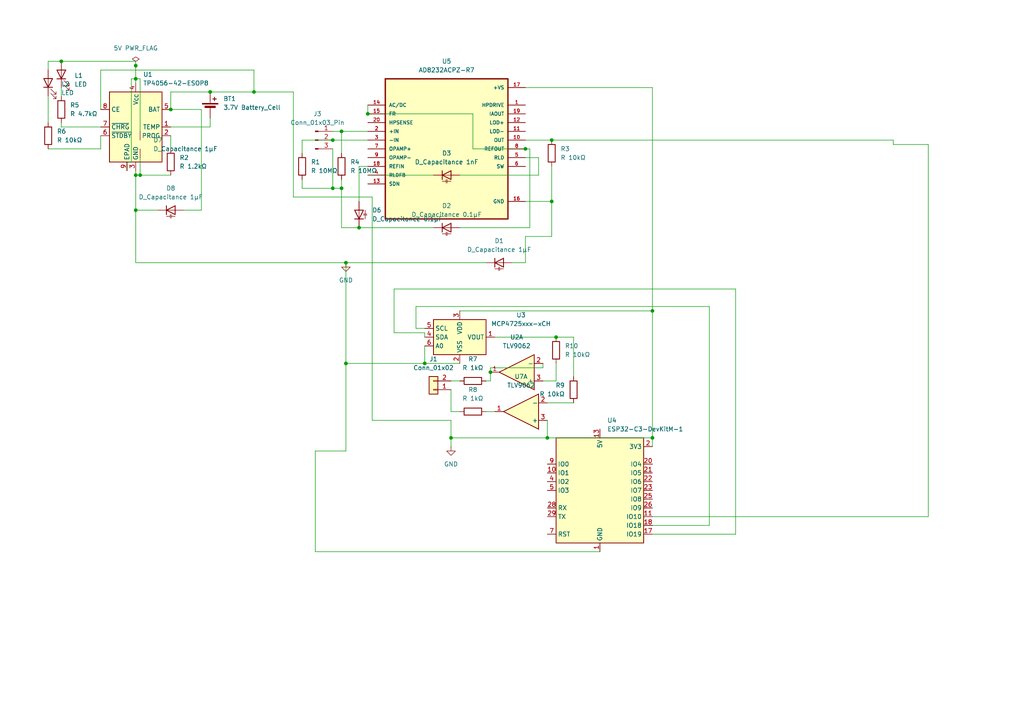
<source format=kicad_sch>
(kicad_sch (version 20250114) (generator "eeschema") (generator_version "9.0")
  (paper "A4")
  (lib_symbols
    (symbol "AD8232ACPZ-R7:AD8232ACPZ-R7" (pin_names (offset 1.016))
      (property "Reference" "U" (at -17.78 21.32 0))
      (property "Value" "AD8232ACPZ-R7" (at -17.78 -24.32 0))
      (symbol "AD8232ACPZ-R7_0_0"
        (rectangle (start -17.78 -20.32) (end 17.78 20.32) (stroke (width 0.41)) (fill (type background)))
        (pin input line (at -22.86 12.7 0) (length 5.08) (name "AC/DC") (number "14"))
        (pin input line (at -22.86 10.16 0) (length 5.08) (name "FR") (number "15"))
        (pin input line (at -22.86 7.62 0) (length 5.08) (name "HPSENSE") (number "20"))
        (pin input line (at -22.86 5.08 0) (length 5.08) (name "+IN") (number "2"))
        (pin input line (at -22.86 2.54 0) (length 5.08) (name "-IN") (number "3"))
        (pin input line (at -22.86 0 0) (length 5.08) (name "OPAMP+") (number "7"))
        (pin input line (at -22.86 -2.54 0) (length 5.08) (name "OPAMP-") (number "9"))
        (pin input line (at -22.86 -5.08 0) (length 5.08) (name "REFIN") (number "18"))
        (pin input line (at -22.86 -7.62 0) (length 5.08) (name "RLDFB") (number "4"))
        (pin input line (at -22.86 -10.16 0) (length 5.08) (name "SDN") (number "13"))
        (pin power_in line (at 22.86 17.78 180) (length 5.08) (name "+VS") (number "17"))
        (pin output line (at 22.86 12.7 180) (length 5.08) (name "HPDRIVE") (number "1"))
        (pin output line (at 22.86 10.16 180) (length 5.08) (name "IAOUT") (number "19"))
        (pin output line (at 22.86 7.62 180) (length 5.08) (name "LOD+") (number "12"))
        (pin output line (at 22.86 5.08 180) (length 5.08) (name "LOD-") (number "11"))
        (pin output line (at 22.86 2.54 180) (length 5.08) (name "OUT") (number "10"))
        (pin output line (at 22.86 0 180) (length 5.08) (name "REFOUT") (number "8"))
        (pin output line (at 22.86 -2.54 180) (length 5.08) (name "RLD") (number "5"))
        (pin output line (at 22.86 -5.08 180) (length 5.08) (name "SW") (number "6"))
        (pin power_in line (at 22.86 -15.24 180) (length 5.08) (name "GND") (number "16"))
      )
    )
    (symbol "Amplifier_Operational:TLV9062" (pin_names (offset 0.127))
      (property "Reference" "U" (at 0 5.08 0))
      (property "Value" "TLV9062" (at 0 -5.08 0))
      (symbol "TLV9062_1_1"
        (polyline (pts (xy -5.08 5.08) (xy 5.08 0) (xy -5.08 -5.08) (xy -5.08 5.08)) (stroke (width 0.254)) (fill (type background)))
        (pin input line (at -7.62 2.54 0) (length 2.54) (name "+") (number "3"))
        (pin input line (at -7.62 -2.54 0) (length 2.54) (name "-") (number "2"))
        (pin output line (at 7.62 0 180) (length 2.54) (name "~") (number "1"))
      )
      (symbol "TLV9062_2_1"
        (polyline (pts (xy -5.08 5.08) (xy 5.08 0) (xy -5.08 -5.08) (xy -5.08 5.08)) (stroke (width 0.254)) (fill (type background)))
        (pin input line (at -7.62 2.54 0) (length 2.54) (name "+") (number "5"))
        (pin input line (at -7.62 -2.54 0) (length 2.54) (name "-") (number "6"))
        (pin output line (at 7.62 0 180) (length 2.54) (name "~") (number "7"))
      )
      (symbol "TLV9062_3_1"
        (pin power_in line (at -2.54 7.62 270) (length 3.81) (name "V+") (number "8"))
        (pin power_in line (at -2.54 -7.62 90) (length 3.81) (name "V-") (number "4"))
      )
    )
    (symbol "Analog_DAC:MCP4725xxx-xCH"
      (property "Reference" "U" (at -6.35 6.35 0))
      (property "Value" "MCP4725xxx-xCH" (at 8.89 6.35 0))
      (symbol "MCP4725xxx-xCH_0_1"
        (rectangle (start -7.62 5.08) (end 7.62 -5.08) (stroke (width 0.254)) (fill (type background)))
      )
      (symbol "MCP4725xxx-xCH_1_1"
        (pin input line (at -10.16 2.54 0) (length 2.54) (name "SCL") (number "5"))
        (pin bidirectional line (at -10.16 0 0) (length 2.54) (name "SDA") (number "4"))
        (pin input line (at -10.16 -2.54 0) (length 2.54) (name "A0") (number "6"))
        (pin power_in line (at 0 7.62 270) (length 2.54) (name "VDD") (number "3"))
        (pin power_in line (at 0 -7.62 90) (length 2.54) (name "VSS") (number "2"))
        (pin output line (at 10.16 0 180) (length 2.54) (name "VOUT") (number "1"))
      )
    )
    (symbol "Battery_Management:TP4056-42-ESOP8"
      (property "Reference" "U" (at -6.604 11.684 0))
      (property "Value" "TP4056-42-ESOP8" (at 10.16 11.684 0))
      (symbol "TP4056-42-ESOP8_1_0"
        (pin input line (at -10.16 5.08 0) (length 2.54) (name "CE") (number "8"))
        (pin open_collector line (at -10.16 0 0) (length 2.54) (name "~{CHRG}") (number "7"))
        (pin open_collector line (at -10.16 -2.54 0) (length 2.54) (name "~{STDBY}") (number "6"))
        (pin passive line (at -2.54 -12.7 90) (length 2.54) (name "EPAD") (number "9"))
        (pin power_in line (at 0 12.7 270) (length 2.54) (name "V_{CC}") (number "4"))
        (pin power_in line (at 0 -12.7 90) (length 2.54) (name "GND") (number "3"))
        (pin power_out line (at 10.16 5.08 180) (length 2.54) (name "BAT") (number "5"))
        (pin input line (at 10.16 0 180) (length 2.54) (name "TEMP") (number "1"))
        (pin passive line (at 10.16 -2.54 180) (length 2.54) (name "PROG") (number "2"))
      )
      (symbol "TP4056-42-ESOP8_1_1"
        (rectangle (start -7.62 10.16) (end 7.62 -10.16) (stroke (width 0.254)) (fill (type background)))
      )
    )
    (symbol "Connector:Conn_01x03_Pin" (pin_names (offset 1.016) (hide yes))
      (property "Reference" "J" (at 0 5.08 0))
      (property "Value" "Conn_01x03_Pin" (at 0 -5.08 0))
      (symbol "Conn_01x03_Pin_1_1"
        (rectangle (start 0.8636 2.667) (end 0 2.413) (stroke (width 0.1524)) (fill (type outline)))
        (rectangle (start 0.8636 0.127) (end 0 -0.127) (stroke (width 0.1524)) (fill (type outline)))
        (rectangle (start 0.8636 -2.413) (end 0 -2.667) (stroke (width 0.1524)) (fill (type outline)))
        (polyline (pts (xy 1.27 2.54) (xy 0.8636 2.54)) (stroke (width 0.1524)))
        (polyline (pts (xy 1.27 0) (xy 0.8636 0)) (stroke (width 0.1524)))
        (polyline (pts (xy 1.27 -2.54) (xy 0.8636 -2.54)) (stroke (width 0.1524)))
        (pin passive line (at 5.08 2.54 180) (length 3.81) (name "Pin_1") (number "1"))
        (pin passive line (at 5.08 0 180) (length 3.81) (name "Pin_2") (number "2"))
        (pin passive line (at 5.08 -2.54 180) (length 3.81) (name "Pin_3") (number "3"))
      )
    )
    (symbol "Connector_Generic:Conn_01x02" (pin_names (offset 1.016) (hide yes))
      (property "Reference" "J" (at 0 2.54 0))
      (property "Value" "Conn_01x02" (at 0 -5.08 0))
      (symbol "Conn_01x02_1_1"
        (rectangle (start -1.27 1.27) (end 1.27 -3.81) (stroke (width 0.254)) (fill (type background)))
        (rectangle (start -1.27 0.127) (end 0 -0.127) (stroke (width 0.1524)))
        (rectangle (start -1.27 -2.413) (end 0 -2.667) (stroke (width 0.1524)))
        (pin passive line (at -5.08 0 0) (length 3.81) (name "Pin_1") (number "1"))
        (pin passive line (at -5.08 -2.54 0) (length 3.81) (name "Pin_2") (number "2"))
      )
    )
    (symbol "Device:Battery_Cell" (pin_numbers (hide yes)) (pin_names (offset 0) (hide yes))
      (property "Reference" "BT" (at 2.54 2.54 0))
      (property "Value" "Battery_Cell" (at 2.54 0 0))
      (symbol "Battery_Cell_0_1"
        (rectangle (start -2.286 1.778) (end 2.286 1.524) (fill (type outline)))
        (rectangle (start -1.524 1.016) (end 1.524 0.508) (fill (type outline)))
        (polyline (pts (xy 0 1.778) (xy 0 2.54)))
        (polyline (pts (xy 0 0.762) (xy 0 0)))
        (polyline (pts (xy 0.762 3.048) (xy 1.778 3.048)) (stroke (width 0.254)))
        (polyline (pts (xy 1.27 3.556) (xy 1.27 2.54)) (stroke (width 0.254)))
      )
      (symbol "Battery_Cell_1_1"
        (pin passive line (at 0 5.08 270) (length 2.54) (name "+") (number "1"))
        (pin passive line (at 0 -2.54 90) (length 2.54) (name "-") (number "2"))
      )
    )
    (symbol "Device:D_Capacitance" (pin_numbers (hide yes)) (pin_names (offset 1.016) (hide yes))
      (property "Reference" "D" (at 0 2.54 0))
      (property "Value" "D_Capacitance" (at 0 -3.302 0))
      (symbol "D_Capacitance_0_1"
        (polyline (pts (xy -1.27 1.27) (xy -1.27 -1.27)) (stroke (width 0.254)))
        (polyline (pts (xy -1.27 0) (xy 1.27 0)))
        (polyline (pts (xy -1.27 -1.778) (xy -0.1524 -1.778)))
        (polyline (pts (xy -0.1524 -1.27) (xy -0.1524 -2.286)))
        (polyline (pts (xy 0.1524 -1.27) (xy 0.1524 -2.286)))
        (polyline (pts (xy 0.1524 -1.778) (xy 1.27 -1.778)))
        (polyline (pts (xy 1.27 1.27) (xy 1.27 -1.27) (xy -1.27 0) (xy 1.27 1.27)) (stroke (width 0.254)))
      )
      (symbol "D_Capacitance_1_1"
        (pin passive line (at -3.81 0 0) (length 2.54) (name "K") (number "1"))
        (pin passive line (at 3.81 0 180) (length 2.54) (name "A") (number "2"))
      )
    )
    (symbol "Device:LED" (pin_numbers (hide yes)) (pin_names (offset 1.016) (hide yes))
      (property "Reference" "D" (at 0 2.54 0))
      (property "Value" "LED" (at 0 -2.54 0))
      (symbol "LED_0_1"
        (polyline (pts (xy -3.048 -0.762) (xy -4.572 -2.286) (xy -3.81 -2.286) (xy -4.572 -2.286) (xy -4.572 -1.524)))
        (polyline (pts (xy -1.778 -0.762) (xy -3.302 -2.286) (xy -2.54 -2.286) (xy -3.302 -2.286) (xy -3.302 -1.524)))
        (polyline (pts (xy -1.27 0) (xy 1.27 0)))
        (polyline (pts (xy -1.27 -1.27) (xy -1.27 1.27)) (stroke (width 0.254)))
        (polyline (pts (xy 1.27 -1.27) (xy 1.27 1.27) (xy -1.27 0) (xy 1.27 -1.27)) (stroke (width 0.254)))
      )
      (symbol "LED_1_1"
        (pin passive line (at -3.81 0 0) (length 2.54) (name "K") (number "1"))
        (pin passive line (at 3.81 0 180) (length 2.54) (name "A") (number "2"))
      )
    )
    (symbol "Device:R" (pin_numbers (hide yes)) (pin_names (offset 0))
      (property "Reference" "R" (at 2.032 0 90))
      (property "Value" "R" (at 0 0 90))
      (symbol "R_0_1"
        (rectangle (start -1.016 -2.54) (end 1.016 2.54) (stroke (width 0.254)))
      )
      (symbol "R_1_1"
        (pin passive line (at 0 3.81 270) (length 1.27) (name "~") (number "1"))
        (pin passive line (at 0 -3.81 90) (length 1.27) (name "~") (number "2"))
      )
    )
    (symbol "RF_Module:ESP32-C3-DevKitM-1"
      (property "Reference" "U" (at 7.62 16.51 0))
      (property "Value" "ESP32-C3-DevKitM-1" (at 11.684 -16.764 0))
      (symbol "ESP32-C3-DevKitM-1_1_1"
        (rectangle (start -12.7 15.24) (end 12.7 -15.24) (stroke (width 0.254)) (fill (type background)))
        (pin bidirectional line (at -15.24 7.62 0) (length 2.54) (name "IO0") (number "9"))
        (pin bidirectional line (at -15.24 5.08 0) (length 2.54) (name "IO1") (number "10"))
        (pin bidirectional line (at -15.24 2.54 0) (length 2.54) (name "IO2") (number "4"))
        (pin bidirectional line (at -15.24 0 0) (length 2.54) (name "IO3") (number "5"))
        (pin input line (at -15.24 -5.08 0) (length 2.54) (name "RX") (number "28"))
        (pin output line (at -15.24 -7.62 0) (length 2.54) (name "TX") (number "29"))
        (pin input line (at -15.24 -12.7 0) (length 2.54) (name "RST") (number "7"))
        (pin passive line (at 0 17.78 270) (length 2.54) (name "5V") (number "13"))
        (pin passive line (at 0 17.78 270) (length 2.54) (hide yes) (name "5V") (number "14"))
        (pin power_in line (at 0 -17.78 90) (length 2.54) (name "GND") (number "1"))
        (pin passive line (at 0 -17.78 90) (length 2.54) (hide yes) (name "GND") (number "12"))
        (pin passive line (at 0 -17.78 90) (length 2.54) (hide yes) (name "GND") (number "15"))
        (pin passive line (at 0 -17.78 90) (length 2.54) (hide yes) (name "GND") (number "16"))
        (pin passive line (at 0 -17.78 90) (length 2.54) (hide yes) (name "GND") (number "19"))
        (pin passive line (at 0 -17.78 90) (length 2.54) (hide yes) (name "GND") (number "24"))
        (pin passive line (at 0 -17.78 90) (length 2.54) (hide yes) (name "GND") (number "27"))
        (pin passive line (at 0 -17.78 90) (length 2.54) (hide yes) (name "GND") (number "30"))
        (pin passive line (at 0 -17.78 90) (length 2.54) (hide yes) (name "GND") (number "6"))
        (pin passive line (at 0 -17.78 90) (length 2.54) (hide yes) (name "GND") (number "8"))
        (pin power_out line (at 15.24 12.7 180) (length 2.54) (name "3V3") (number "2"))
        (pin passive line (at 15.24 12.7 180) (length 2.54) (hide yes) (name "3V3") (number "3"))
        (pin bidirectional line (at 15.24 7.62 180) (length 2.54) (name "IO4") (number "20"))
        (pin bidirectional line (at 15.24 5.08 180) (length 2.54) (name "IO5") (number "21"))
        (pin bidirectional line (at 15.24 2.54 180) (length 2.54) (name "IO6") (number "22"))
        (pin bidirectional line (at 15.24 0 180) (length 2.54) (name "IO7") (number "23"))
        (pin bidirectional line (at 15.24 -2.54 180) (length 2.54) (name "IO8") (number "25"))
        (pin bidirectional line (at 15.24 -5.08 180) (length 2.54) (name "IO9") (number "26"))
        (pin bidirectional line (at 15.24 -7.62 180) (length 2.54) (name "IO10") (number "11"))
        (pin bidirectional line (at 15.24 -10.16 180) (length 2.54) (name "IO18") (number "18"))
        (pin bidirectional line (at 15.24 -12.7 180) (length 2.54) (name "IO19") (number "17"))
      )
    )
    (symbol "power:GND" (power) (pin_numbers (hide yes)) (pin_names (offset 0) (hide yes))
      (property "Value" "GND" (at 0 -3.81 0))
      (symbol "GND_0_1"
        (polyline (pts (xy 0 0) (xy 0 -1.27) (xy 1.27 -1.27) (xy 0 -2.54) (xy -1.27 -1.27) (xy 0 -1.27)))
      )
      (symbol "GND_1_1"
        (pin power_in line (at 0 0 270) (length 0) (name "~") (number "1"))
      )
    )
    (symbol "power:PWR_FLAG" (power) (pin_numbers (hide yes)) (pin_names (offset 0) (hide yes))
      (property "Value" "PWR_FLAG" (at 0 3.81 0))
      (symbol "PWR_FLAG_0_0"
        (pin power_out line (at 0 0 90) (length 0) (name "~") (number "1"))
      )
      (symbol "PWR_FLAG_0_1"
        (polyline (pts (xy 0 0) (xy 0 1.27) (xy -1.016 1.905) (xy 0 2.54) (xy 1.016 1.905) (xy 0 1.27)))
      )
    )
  )
  (junction (at 49.53 31.75))
  (junction (at 17.78 17.78))
  (junction (at 96.52 54.61))
  (junction (at 39.37 60.96))
  (junction (at 73.66 26.67))
  (junction (at 104.14 66.04))
  (junction (at 96.52 40.64))
  (junction (at 99.06 54.61))
  (junction (at 161.29 97.79))
  (junction (at 142.24 107.95))
  (junction (at 60.96 26.67))
  (junction (at 39.37 50.8))
  (junction (at 39.37 19.05))
  (junction (at 189.23 90.17))
  (junction (at 189.23 127))
  (junction (at 99.06 38.1))
  (junction (at 158.75 127))
  (junction (at 39.37 22.86))
  (junction (at 160.02 40.64))
  (junction (at 160.02 58.42))
  (junction (at 40.64 50.8))
  (junction (at 152.4 43.18))
  (junction (at 106.68 33.02))
  (junction (at 130.81 127))
  (junction (at 100.33 105.41))
  (junction (at 100.33 76.2))
  (junction (at 123.19 105.41))
  (wire (pts (xy 137.16 43.18) (xy 152.4 43.18)))
  (wire (pts (xy 17.78 25.4) (xy 17.78 27.94)))
  (wire (pts (xy 87.63 40.64) (xy 87.63 44.45)))
  (wire (pts (xy 133.35 50.8) (xy 156.21 50.8)))
  (wire (pts (xy 133.35 119.38) (xy 130.81 119.38)))
  (wire (pts (xy 106.68 48.26) (xy 104.14 48.26)))
  (wire (pts (xy 13.97 17.78) (xy 17.78 17.78)))
  (wire (pts (xy 39.37 76.2) (xy 39.37 60.96)))
  (wire (pts (xy 87.63 52.07) (xy 87.63 54.61)))
  (wire (pts (xy 160.02 40.64) (xy 152.4 40.64)))
  (wire (pts (xy 152.4 76.2) (xy 148.59 76.2)))
  (wire (pts (xy 133.35 90.17) (xy 189.23 90.17)))
  (wire (pts (xy 152.4 68.58) (xy 152.4 76.2)))
  (wire (pts (xy 120.65 88.9) (xy 120.65 95.25)))
  (wire (pts (xy 29.21 39.37) (xy 29.21 43.18)))
  (wire (pts (xy 130.81 127) (xy 158.75 127)))
  (wire (pts (xy 96.52 40.64) (xy 87.63 40.64)))
  (wire (pts (xy 60.96 34.29) (xy 60.96 36.83)))
  (wire (pts (xy 38.1 22.86) (xy 39.37 22.86)))
  (wire (pts (xy 213.36 83.82) (xy 114.3 83.82)))
  (wire (pts (xy 60.96 36.83) (xy 49.53 36.83)))
  (wire (pts (xy 39.37 17.78) (xy 39.37 19.05)))
  (wire (pts (xy 161.29 105.41) (xy 161.29 110.49)))
  (wire (pts (xy 49.53 31.75) (xy 58.42 31.75)))
  (wire (pts (xy 123.19 105.41) (xy 133.35 105.41)))
  (wire (pts (xy 160.02 58.42) (xy 160.02 48.26)))
  (wire (pts (xy 130.81 113.03) (xy 130.81 119.38)))
  (wire (pts (xy 13.97 20.2429) (xy 13.97 17.78)))
  (wire (pts (xy 39.37 19.05) (xy 39.37 22.86)))
  (wire (pts (xy 96.52 54.61) (xy 99.06 54.61)))
  (wire (pts (xy 85.09 26.67) (xy 73.66 26.67)))
  (wire (pts (xy 100.33 76.2) (xy 140.97 76.2)))
  (wire (pts (xy 213.36 83.82) (xy 213.36 154.94)))
  (wire (pts (xy 173.99 160.02) (xy 91.44 160.02)))
  (wire (pts (xy 189.23 129.54) (xy 189.23 127)))
  (wire (pts (xy 17.78 36.83) (xy 17.78 35.56)))
  (wire (pts (xy 156.21 50.8) (xy 156.21 45.72)))
  (wire (pts (xy 152.4 68.58) (xy 160.02 68.58)))
  (wire (pts (xy 100.33 130.81) (xy 100.33 105.41)))
  (wire (pts (xy 130.81 110.49) (xy 133.35 110.49)))
  (wire (pts (xy 142.24 107.95) (xy 142.24 106.68)))
  (wire (pts (xy 99.06 38.1) (xy 106.68 38.1)))
  (wire (pts (xy 123.19 100.33) (xy 123.19 105.41)))
  (wire (pts (xy 142.24 106.68) (xy 157.48 106.68)))
  (wire (pts (xy 29.21 20.32) (xy 73.66 20.32)))
  (wire (pts (xy 153.67 66.04) (xy 153.67 43.18)))
  (wire (pts (xy 166.37 97.79) (xy 166.37 109.22)))
  (wire (pts (xy 40.64 22.86) (xy 40.64 38.1)))
  (wire (pts (xy 160.02 68.58) (xy 160.02 58.42)))
  (wire (pts (xy 40.64 50.8) (xy 49.53 50.8)))
  (wire (pts (xy 205.74 152.4) (xy 189.23 152.4)))
  (wire (pts (xy 96.52 40.64) (xy 106.68 40.64)))
  (wire (pts (xy 29.21 20.32) (xy 29.21 31.75)))
  (wire (pts (xy 99.06 52.07) (xy 99.06 54.61)))
  (wire (pts (xy 152.4 43.18) (xy 153.67 43.18)))
  (wire (pts (xy 269.24 41.91) (xy 269.24 149.86)))
  (wire (pts (xy 189.23 25.4) (xy 189.23 90.17)))
  (wire (pts (xy 96.52 38.1) (xy 99.06 38.1)))
  (wire (pts (xy 130.81 121.92) (xy 107.95 121.92)))
  (wire (pts (xy 99.06 66.04) (xy 104.14 66.04)))
  (wire (pts (xy 114.3 83.82) (xy 114.3 96.52)))
  (wire (pts (xy 91.44 130.81) (xy 91.44 160.02)))
  (wire (pts (xy 73.66 20.32) (xy 73.66 26.67)))
  (wire (pts (xy 152.4 25.4) (xy 189.23 25.4)))
  (wire (pts (xy 49.53 26.67) (xy 49.53 31.75)))
  (wire (pts (xy 106.68 33.02) (xy 137.16 33.02)))
  (wire (pts (xy 158.75 121.92) (xy 158.75 127)))
  (wire (pts (xy 123.19 96.52) (xy 123.19 97.79)))
  (wire (pts (xy 39.37 50.8) (xy 40.64 50.8)))
  (wire (pts (xy 259.08 41.91) (xy 259.08 40.64)))
  (wire (pts (xy 36.83 49.53) (xy 36.83 46.99)))
  (wire (pts (xy 189.23 90.17) (xy 189.23 127)))
  (wire (pts (xy 99.06 54.61) (xy 99.06 66.04)))
  (wire (pts (xy 137.16 33.02) (xy 137.16 43.18)))
  (wire (pts (xy 104.14 66.04) (xy 125.73 66.04)))
  (wire (pts (xy 39.37 50.8) (xy 39.37 60.96)))
  (wire (pts (xy 205.74 88.9) (xy 205.74 152.4)))
  (wire (pts (xy 161.29 97.79) (xy 166.37 97.79)))
  (wire (pts (xy 156.21 45.72) (xy 152.4 45.72)))
  (wire (pts (xy 91.44 130.81) (xy 100.33 130.81)))
  (wire (pts (xy 107.95 57.15) (xy 85.09 57.15)))
  (wire (pts (xy 130.81 121.92) (xy 130.81 127)))
  (wire (pts (xy 39.37 22.86) (xy 39.37 24.13)))
  (wire (pts (xy 58.42 60.96) (xy 53.34 60.96)))
  (wire (pts (xy 106.68 50.8) (xy 125.73 50.8)))
  (wire (pts (xy 142.24 107.95) (xy 142.24 110.49)))
  (wire (pts (xy 158.75 127) (xy 189.23 127)))
  (wire (pts (xy 140.97 110.49) (xy 142.24 110.49)))
  (wire (pts (xy 60.96 26.67) (xy 49.53 26.67)))
  (wire (pts (xy 143.51 119.38) (xy 140.97 119.38)))
  (wire (pts (xy 189.23 149.86) (xy 269.24 149.86)))
  (wire (pts (xy 106.68 30.48) (xy 106.68 33.02)))
  (wire (pts (xy 38.1 46.99) (xy 38.1 22.86)))
  (wire (pts (xy 120.65 88.9) (xy 205.74 88.9)))
  (wire (pts (xy 13.97 35.56) (xy 13.97 27.8629)))
  (wire (pts (xy 96.52 43.18) (xy 96.52 54.61)))
  (wire (pts (xy 49.53 39.37) (xy 49.53 43.18)))
  (wire (pts (xy 107.95 57.15) (xy 107.95 121.92)))
  (wire (pts (xy 29.21 43.18) (xy 13.97 43.18)))
  (wire (pts (xy 58.42 31.75) (xy 58.42 60.96)))
  (wire (pts (xy 40.64 45.72) (xy 40.64 50.8)))
  (wire (pts (xy 161.29 97.79) (xy 143.51 97.79)))
  (wire (pts (xy 259.08 41.91) (xy 269.24 41.91)))
  (wire (pts (xy 85.09 26.67) (xy 85.09 57.15)))
  (wire (pts (xy 45.72 60.96) (xy 39.37 60.96)))
  (wire (pts (xy 157.48 110.49) (xy 161.29 110.49)))
  (wire (pts (xy 17.78 17.78) (xy 39.37 17.78)))
  (wire (pts (xy 133.35 66.04) (xy 153.67 66.04)))
  (wire (pts (xy 152.4 58.42) (xy 160.02 58.42)))
  (wire (pts (xy 114.3 96.52) (xy 123.19 96.52)))
  (wire (pts (xy 130.81 127) (xy 130.81 129.54)))
  (wire (pts (xy 189.23 154.94) (xy 213.36 154.94)))
  (wire (pts (xy 157.48 106.68) (xy 157.48 105.41)))
  (wire (pts (xy 60.96 26.67) (xy 73.66 26.67)))
  (wire (pts (xy 100.33 105.41) (xy 123.19 105.41)))
  (wire (pts (xy 100.33 105.41) (xy 100.33 76.2)))
  (wire (pts (xy 36.83 46.99) (xy 38.1 46.99)))
  (wire (pts (xy 99.06 38.1) (xy 99.06 44.45)))
  (wire (pts (xy 100.33 76.2) (xy 39.37 76.2)))
  (wire (pts (xy 158.75 116.84) (xy 166.37 116.84)))
  (wire (pts (xy 39.37 50.8) (xy 39.37 49.53)))
  (wire (pts (xy 120.65 95.25) (xy 123.19 95.25)))
  (wire (pts (xy 104.14 48.26) (xy 104.14 58.42)))
  (wire (pts (xy 29.21 36.83) (xy 17.78 36.83)))
  (wire (pts (xy 87.63 54.61) (xy 96.52 54.61)))
  (wire (pts (xy 259.08 40.64) (xy 160.02 40.64)))
  (wire (pts (xy 39.37 22.86) (xy 40.64 22.86)))
  (symbol (lib_id "Battery_Management:TP4056-42-ESOP8") (at 39.37 36.83 0) (unit 1)
    (property "Reference" "U1" (at 41.5133 21.59 0) (effects (justify left)))
    (property "Value" "TP4056-42-ESOP8" (at 41.5133 24.13 0) (effects (justify left)))
    (property "Footprint" "Package_SO:SOIC-8-1EP_3.9x4.9mm_P1.27mm_EP2.41x3.3mm_ThermalVias" (effects (hide yes)))
    (property "Datasheet" "https://www.lcsc.com/datasheet/lcsc_datasheet_2410121619_TOPPOWER-Nanjing-Extension-Microelectronics-TP4056-42-ESOP8_C16581.pdf" (effects (hide yes)))
    (property "Description" "1A Standalone Linear Li-ion/LiPo single-cell battery charger, 4.2V ±1% charge voltage, VCC = 4.0..8.0V, SOIC-8 (SOP-8)" (effects (hide yes)))
  )
  (symbol (lib_id "Device:D_Capacitance") (at 129.54 50.8 0) (unit 1)
    (property "Reference" "D3" (at 129.54 44.45 0))
    (property "Value" "D_Capacitance 1nF" (at 129.54 46.99 0))
    (property "Footprint" "Capacitor_SMD:C_0603_1608Metric" (effects (hide yes)))
    (property "Description" "Variable capacitance diode" (effects (hide yes)))
  )
  (symbol (lib_id "Amplifier_Operational:TLV9062") (at 151.13 119.38 180) (unit 1)
    (property "Reference" "U7" (at 151.13 109.22 0))
    (property "Value" "TLV9062" (at 151.13 111.76 0))
    (property "Footprint" "Package_SO:SOIC-8_3.9x4.9mm_P1.27mm" (effects (hide yes)))
    (property "Datasheet" "https://www.ti.com/lit/ds/symlink/tlv9062.pdf" (effects (hide yes)))
    (property "Description" "Dual Operational Amplifiers, SOIC-8/TSSOP-8/VSSOP-8" (effects (hide yes)))
  )
  (symbol (lib_id "Device:R") (at 160.02 44.45 0) (unit 1)
    (property "Reference" "R3" (at 162.56 43.1799 0) (effects (justify left)))
    (property "Value" "R 10kΩ" (at 162.56 45.7199 0) (effects (justify left)))
    (property "Footprint" "Resistor_SMD:R_0805_2012Metric" (effects (hide yes)))
    (property "Description" "Resistor" (effects (hide yes)))
  )
  (symbol (lib_id "Device:D_Capacitance") (at 104.14 62.23 90) (unit 1)
    (property "Reference" "D6" (at 107.95 60.9599 90) (effects (justify right)))
    (property "Value" "D_Capacitance 0.1µF" (at 107.95 63.4999 90) (effects (justify right)))
    (property "Footprint" "Capacitor_SMD:C_0603_1608Metric" (effects (hide yes)))
    (property "Description" "Variable capacitance diode" (effects (hide yes)))
  )
  (symbol (lib_id "power:PWR_FLAG") (at 39.37 19.05 0) (unit 1)
    (property "Reference" "#FLG01" (effects (hide yes)))
    (property "Value" "5V PWR_FLAG" (at 39.37 13.97 0))
    (property "Description" "Special symbol for telling ERC where power comes from" (effects (hide yes)))
  )
  (symbol (lib_id "Analog_DAC:MCP4725xxx-xCH") (at 133.35 97.79 0) (unit 1)
    (property "Reference" "U3" (at 151.13 91.3698 0))
    (property "Value" "MCP4725xxx-xCH" (at 151.13 93.9098 0))
    (property "Footprint" "Package_TO_SOT_SMD:SOT-23-6" (effects (hide yes)))
    (property "Datasheet" "http://ww1.microchip.com/downloads/en/DeviceDoc/22039d.pdf" (effects (hide yes)))
    (property "Description" "12-bit Digital-to-Analog Converter, integrated EEPROM, I2C interface, SOT-23-6" (effects (hide yes)))
  )
  (symbol (lib_id "Connector_Generic:Conn_01x02") (at 125.73 113.03 180) (unit 1)
    (property "Reference" "J1" (at 125.73 104.14 0))
    (property "Value" "Conn_01x02" (at 125.73 106.68 0))
    (property "Footprint" "Connector_PinHeader_2.54mm:PinHeader_1x02_P2.54mm_Vertical" (effects (hide yes)))
    (property "Description" "Generic connector, single row, 01x02, script generated (kicad-library-utils/schlib/autogen/connector/)" (effects (hide yes)))
  )
  (symbol (lib_id "power:GND") (at 100.33 76.2 0) (unit 1)
    (property "Reference" "#PWR01" (effects (hide yes)))
    (property "Value" "GND" (at 100.33 81.28 0))
    (property "Description" "Power symbol creates a global label with name \"GND\" , ground" (effects (hide yes)))
  )
  (symbol (lib_id "Device:R") (at 161.29 101.6 0) (unit 1)
    (property "Reference" "R10" (at 163.83 100.3299 0) (effects (justify left)))
    (property "Value" "R 10kΩ" (at 163.83 102.8699 0) (effects (justify left)))
    (property "Footprint" "Resistor_SMD:R_0805_2012Metric" (effects (hide yes)))
    (property "Description" "Resistor" (effects (hide yes)))
  )
  (symbol (lib_id "Device:D_Capacitance") (at 49.53 60.96 0) (unit 1)
    (property "Reference" "D8" (at 49.53 54.61 0))
    (property "Value" "D_Capacitance 1µF" (at 49.53 57.15 0))
    (property "Footprint" "Capacitor_SMD:C_0603_1608Metric" (effects (hide yes)))
    (property "Description" "Variable capacitance diode" (effects (hide yes)))
  )
  (symbol (lib_id "Device:R") (at 137.16 119.38 90) (unit 1)
    (property "Reference" "R8" (at 137.16 113.03 90))
    (property "Value" "R 1kΩ" (at 137.16 115.57 90))
    (property "Footprint" "Resistor_SMD:R_0805_2012Metric" (effects (hide yes)))
    (property "Description" "Resistor" (effects (hide yes)))
  )
  (symbol (lib_id "Device:R") (at 166.37 113.03 0) (mirror y) (unit 1)
    (property "Reference" "R9" (at 163.83 111.7599 0) (effects (justify left)))
    (property "Value" "R 10kΩ" (at 163.83 114.2999 0) (effects (justify left)))
    (property "Footprint" "Resistor_SMD:R_0805_2012Metric" (effects (hide yes)))
    (property "Description" "Resistor" (effects (hide yes)))
  )
  (symbol (lib_id "Device:LED") (at 13.97 24.0529 90) (unit 1)
    (property "Reference" "L2" (at 17.78 24.3703 90) (effects (justify right)))
    (property "Value" "LED" (at 17.78 26.9103 90) (effects (justify right)))
    (property "Footprint" "LED_THT:LED_D3.0mm" (effects (hide yes)))
    (property "Description" "Light emitting diode" (effects (hide yes)))
    (property "Sim.Pins" "1=K 2=A" (effects (hide yes)))
  )
  (symbol (lib_id "Device:R") (at 87.63 48.26 0) (unit 1)
    (property "Reference" "R1" (at 90.17 46.9899 0) (effects (justify left)))
    (property "Value" "R 10MΩ" (at 90.17 49.5299 0) (effects (justify left)))
    (property "Footprint" "Resistor_SMD:R_0805_2012Metric" (effects (hide yes)))
    (property "Description" "Resistor" (effects (hide yes)))
  )
  (symbol (lib_id "RF_Module:ESP32-C3-DevKitM-1") (at 173.99 142.24 0) (unit 1)
    (property "Reference" "U4" (at 176.1333 121.92 0) (effects (justify left)))
    (property "Value" "ESP32-C3-DevKitM-1" (at 176.1333 124.46 0) (effects (justify left)))
    (property "Footprint" "RF_Module:ESP32-C3-DevKitM-1" (effects (hide yes)))
    (property "Datasheet" "https://docs.espressif.com/projects/esp-idf/en/latest/esp32c3/hw-reference/esp32c3/user-guide-devkitm-1.html" (effects (hide yes)))
    (property "Description" "Development board featuring ESP32-C3-MINI-1 module" (effects (hide yes)))
  )
  (symbol (lib_id "Device:Battery_Cell") (at 60.96 31.75 0) (unit 1)
    (property "Reference" "BT1" (at 64.77 28.6384 0) (effects (justify left)))
    (property "Value" "3.7V Battery_Cell" (at 64.77 31.1784 0) (effects (justify left)))
    (property "Footprint" "Connector_JST:JST_PH_S2B-PH-K_1x02_P2.00mm_Horizontal" (effects (hide yes)))
    (property "Description" "Single-cell battery" (effects (hide yes)))
  )
  (symbol (lib_id "Device:D_Capacitance") (at 144.78 76.2 0) (unit 1)
    (property "Reference" "D1" (at 144.78 69.85 0))
    (property "Value" "D_Capacitance 1µF" (at 144.78 72.39 0))
    (property "Footprint" "Capacitor_SMD:C_0603_1608Metric" (effects (hide yes)))
    (property "Description" "Variable capacitance diode" (effects (hide yes)))
  )
  (symbol (lib_id "Device:R") (at 13.97 39.37 0) (unit 1)
    (property "Reference" "R6" (at 16.51 38.0999 0) (effects (justify left)))
    (property "Value" "R 10kΩ" (at 16.51 40.6399 0) (effects (justify left)))
    (property "Footprint" "Resistor_SMD:R_0805_2012Metric" (effects (hide yes)))
    (property "Description" "Resistor" (effects (hide yes)))
  )
  (symbol (lib_id "power:GND") (at 130.81 129.54 0) (unit 1)
    (property "Reference" "#PWR02" (effects (hide yes)))
    (property "Value" "GND" (at 130.81 134.62 0))
    (property "Description" "Power symbol creates a global label with name \"GND\" , ground" (effects (hide yes)))
  )
  (symbol (lib_id "AD8232ACPZ-R7:AD8232ACPZ-R7") (at 129.54 43.18 0) (unit 1)
    (property "Reference" "U5" (at 129.54 17.78 0))
    (property "Value" "AD8232ACPZ-R7" (at 129.54 20.32 0))
    (property "Footprint" "Package_SO:SOIC-20W_7.5x12.8mm_P1.27mm" (effects (hide yes)))
    (property "MF" "Analog Devices" (effects (hide yes)))
    (property "Description_1" "Single-Lead, Heart Rate Monitor Front End" (effects (hide yes)))
    (property "Package" "LFCSP -20 Analog Devices" (effects (hide yes)))
    (property "Price" "None" (effects (hide yes)))
    (property "Check_prices" "https://www.snapeda.com/parts/AD8232ACPZ-R7/Analog+Devices/view-part/?ref=eda" (effects (hide yes)))
    (property "SnapEDA_Link" "https://www.snapeda.com/parts/AD8232ACPZ-R7/Analog+Devices/view-part/?ref=snap" (effects (hide yes)))
    (property "MP" "AD8232ACPZ-R7" (effects (hide yes)))
    (property "Availability" "In Stock" (effects (hide yes)))
    (property "Manufacturer" "Analog Devices" (effects (hide yes)))
  )
  (symbol (lib_id "Device:D_Capacitance") (at 40.64 41.91 90) (unit 1)
    (property "Reference" "D7" (at 44.45 40.6399 90) (effects (justify right)))
    (property "Value" "D_Capacitance 1µF" (at 44.45 43.1799 90) (effects (justify right)))
    (property "Footprint" "Capacitor_SMD:C_0603_1608Metric" (effects (hide yes)))
    (property "Description" "Variable capacitance diode" (effects (hide yes)))
  )
  (symbol (lib_id "Amplifier_Operational:TLV9062") (at 149.86 107.95 180) (unit 1)
    (property "Reference" "U2" (at 149.86 97.79 0))
    (property "Value" "TLV9062" (at 149.86 100.33 0))
    (property "Footprint" "Package_SO:SOIC-8_3.9x4.9mm_P1.27mm" (effects (hide yes)))
    (property "Datasheet" "https://www.ti.com/lit/ds/symlink/tlv9062.pdf" (effects (hide yes)))
    (property "Description" "Dual Operational Amplifiers, SOIC-8/TSSOP-8/VSSOP-8" (effects (hide yes)))
  )
  (symbol (lib_id "Device:LED") (at 17.78 21.59 90) (unit 1)
    (property "Reference" "L1" (at 21.59 21.9074 90) (effects (justify right)))
    (property "Value" "LED" (at 21.59 24.4474 90) (effects (justify right)))
    (property "Footprint" "LED_THT:LED_D3.0mm" (effects (hide yes)))
    (property "Description" "Light emitting diode" (effects (hide yes)))
    (property "Sim.Pins" "1=K 2=A" (effects (hide yes)))
  )
  (symbol (lib_id "Device:R") (at 99.06 48.26 0) (unit 1)
    (property "Reference" "R4" (at 101.6 46.9899 0) (effects (justify left)))
    (property "Value" "R 10MΩ" (at 101.6 49.5299 0) (effects (justify left)))
    (property "Footprint" "Resistor_SMD:R_0805_2012Metric" (effects (hide yes)))
    (property "Description" "Resistor" (effects (hide yes)))
  )
  (symbol (lib_id "Device:D_Capacitance") (at 129.54 66.04 0) (unit 1)
    (property "Reference" "D2" (at 129.54 59.69 0))
    (property "Value" "D_Capacitance 0.1µF" (at 129.54 62.23 0))
    (property "Footprint" "Capacitor_SMD:C_0603_1608Metric" (effects (hide yes)))
    (property "Description" "Variable capacitance diode" (effects (hide yes)))
  )
  (symbol (lib_id "Device:R") (at 137.16 110.49 90) (unit 1)
    (property "Reference" "R7" (at 137.16 104.14 90))
    (property "Value" "R 1kΩ" (at 137.16 106.68 90))
    (property "Footprint" "Resistor_SMD:R_0805_2012Metric" (effects (hide yes)))
    (property "Description" "Resistor" (effects (hide yes)))
  )
  (symbol (lib_id "Device:R") (at 49.53 46.99 0) (unit 1)
    (property "Reference" "R2" (at 52.07 45.7199 0) (effects (justify left)))
    (property "Value" "R 1.2kΩ" (at 52.07 48.2599 0) (effects (justify left)))
    (property "Footprint" "Resistor_SMD:R_0805_2012Metric" (effects (hide yes)))
    (property "Description" "Resistor" (effects (hide yes)))
  )
  (symbol (lib_id "Device:R") (at 17.78 31.75 0) (unit 1)
    (property "Reference" "R5" (at 20.32 30.4799 0) (effects (justify left)))
    (property "Value" "R 4.7kΩ" (at 20.32 33.0199 0) (effects (justify left)))
    (property "Footprint" "Resistor_SMD:R_0805_2012Metric" (effects (hide yes)))
    (property "Description" "Resistor" (effects (hide yes)))
  )
  (symbol (lib_id "Connector:Conn_01x03_Pin") (at 91.44 40.64 0) (unit 1)
    (property "Reference" "J3" (at 92.075 33.02 0))
    (property "Value" "Conn_01x03_Pin" (at 92.075 35.56 0))
    (property "Footprint" "Connector_JST:JST_EH_B3B-EH-A_1x03_P2.50mm_Vertical" (effects (hide yes)))
    (property "Description" "Generic connector, single row, 01x03, script generated" (effects (hide yes)))
  )
)
</source>
